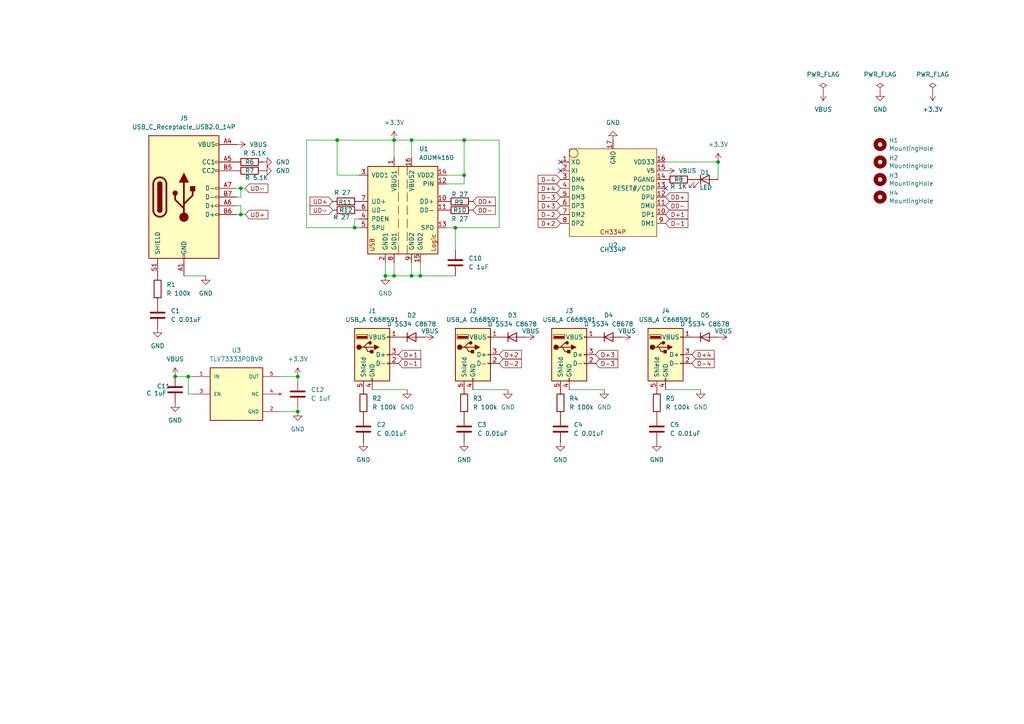
<source format=kicad_sch>
(kicad_sch (version 20250114) (generator "eeschema") (generator_version "9.0")
  (paper "A4")
  (title_block (title "THE LOW SPEED HUB") (company "Kitten-Machine.CLUB"))
  (lib_symbols
    (symbol "Connector:USB_A" (pin_names (offset 1.016))
      (property "Reference" "J" (at -5.08 11.43 0))
      (property "Value" "USB_A" (at -5.08 8.89 0))
      (symbol "USB_A_0_1"
        (rectangle (start -5.08 -7.62) (end 5.08 7.62) (stroke (width 0.254)) (fill (type background)))
        (circle (center -3.81 2.159) (radius 0.635) (stroke (width 0.254)) (fill (type outline)))
        (polyline (pts (xy -3.175 2.159) (xy -2.54 2.159) (xy -1.27 3.429) (xy -0.635 3.429)) (stroke (width 0.254)))
        (polyline (pts (xy -2.54 2.159) (xy -1.905 2.159) (xy -1.27 0.889) (xy 0 0.889)) (stroke (width 0.254)))
        (rectangle (start -1.524 4.826) (end -4.318 5.334) (fill (type outline)))
        (rectangle (start -1.27 4.572) (end -4.572 5.842))
        (circle (center -0.635 3.429) (radius 0.381) (stroke (width 0.254)) (fill (type outline)))
        (rectangle (start -0.127 -7.62) (end 0.127 -6.858))
        (rectangle (start 0.254 1.27) (end -0.508 0.508) (stroke (width 0.254)) (fill (type outline)))
        (polyline (pts (xy 0.635 2.794) (xy 0.635 1.524) (xy 1.905 2.159) (xy 0.635 2.794)) (stroke (width 0.254)) (fill (type outline)))
        (rectangle (start 5.08 4.953) (end 4.318 5.207))
        (rectangle (start 5.08 -0.127) (end 4.318 0.127))
        (rectangle (start 5.08 -2.667) (end 4.318 -2.413))
      )
      (symbol "USB_A_1_1"
        (polyline (pts (xy -1.905 2.159) (xy 0.635 2.159)) (stroke (width 0.254)))
        (pin passive line (at -2.54 -10.16 90) (length 2.54) (name "Shield") (number "5"))
        (pin power_in line (at 0 -10.16 90) (length 2.54) (name "GND") (number "4"))
        (pin power_in line (at 7.62 5.08 180) (length 2.54) (name "VBUS") (number "1"))
        (pin bidirectional line (at 7.62 0 180) (length 2.54) (name "D+") (number "3"))
        (pin bidirectional line (at 7.62 -2.54 180) (length 2.54) (name "D-") (number "2"))
      )
    )
    (symbol "Connector:USB_C_Receptacle_USB2.0_14P" (pin_names (offset 1.016))
      (property "Reference" "J" (at 0 22.225 0))
      (property "Value" "USB_C_Receptacle_USB2.0_14P" (at 0 19.685 0))
      (symbol "USB_C_Receptacle_USB2.0_14P_0_0"
        (rectangle (start -0.254 -17.78) (end 0.254 -16.764))
        (rectangle (start 10.16 15.494) (end 9.144 14.986))
        (rectangle (start 10.16 10.414) (end 9.144 9.906))
        (rectangle (start 10.16 7.874) (end 9.144 7.366))
        (rectangle (start 10.16 2.794) (end 9.144 2.286))
        (rectangle (start 10.16 0.254) (end 9.144 -0.254))
        (rectangle (start 10.16 -2.286) (end 9.144 -2.794))
        (rectangle (start 10.16 -4.826) (end 9.144 -5.334))
      )
      (symbol "USB_C_Receptacle_USB2.0_14P_0_1"
        (rectangle (start -10.16 17.78) (end 10.16 -17.78) (stroke (width 0.254)) (fill (type background)))
        (polyline (pts (xy -8.89 -3.81) (xy -8.89 3.81)) (stroke (width 0.508)))
        (rectangle (start -7.62 -3.81) (end -6.35 3.81) (stroke (width 0.254)) (fill (type outline)))
        (arc (start -7.62 3.81) (mid -6.985 4.4423) (end -6.35 3.81) (stroke (width 0.254)))
        (arc (start -7.62 3.81) (mid -6.985 4.4423) (end -6.35 3.81) (stroke (width 0.254)) (fill (type outline)))
        (arc (start -8.89 3.81) (mid -6.985 5.7067) (end -5.08 3.81) (stroke (width 0.508)))
        (arc (start -5.08 -3.81) (mid -6.985 -5.7067) (end -8.89 -3.81) (stroke (width 0.508)))
        (arc (start -6.35 -3.81) (mid -6.985 -4.4423) (end -7.62 -3.81) (stroke (width 0.254)))
        (arc (start -6.35 -3.81) (mid -6.985 -4.4423) (end -7.62 -3.81) (stroke (width 0.254)) (fill (type outline)))
        (polyline (pts (xy -5.08 3.81) (xy -5.08 -3.81)) (stroke (width 0.508)))
        (circle (center -2.54 1.143) (radius 0.635) (stroke (width 0.254)) (fill (type outline)))
        (polyline (pts (xy -1.27 4.318) (xy 0 6.858) (xy 1.27 4.318) (xy -1.27 4.318)) (stroke (width 0.254)) (fill (type outline)))
        (polyline (pts (xy 0 -2.032) (xy 2.54 0.508) (xy 2.54 1.778)) (stroke (width 0.508)))
        (polyline (pts (xy 0 -3.302) (xy -2.54 -0.762) (xy -2.54 0.508)) (stroke (width 0.508)))
        (polyline (pts (xy 0 -5.842) (xy 0 4.318)) (stroke (width 0.508)))
        (circle (center 0 -5.842) (radius 1.27) (fill (type outline)))
        (rectangle (start 1.905 1.778) (end 3.175 3.048) (stroke (width 0.254)) (fill (type outline)))
      )
      (symbol "USB_C_Receptacle_USB2.0_14P_1_1"
        (pin passive line (at -7.62 -22.86 90) (length 5.08) (name "SHIELD") (number "S1"))
        (pin passive line (at 0 -22.86 90) (length 5.08) (name "GND") (number "A1"))
        (pin passive line (at 0 -22.86 90) (length 5.08) (hide yes) (name "GND") (number "A12"))
        (pin passive line (at 0 -22.86 90) (length 5.08) (hide yes) (name "GND") (number "B1"))
        (pin passive line (at 0 -22.86 90) (length 5.08) (hide yes) (name "GND") (number "B12"))
        (pin passive line (at 15.24 15.24 180) (length 5.08) (name "VBUS") (number "A4"))
        (pin passive line (at 15.24 15.24 180) (length 5.08) (hide yes) (name "VBUS") (number "A9"))
        (pin passive line (at 15.24 15.24 180) (length 5.08) (hide yes) (name "VBUS") (number "B4"))
        (pin passive line (at 15.24 15.24 180) (length 5.08) (hide yes) (name "VBUS") (number "B9"))
        (pin bidirectional line (at 15.24 10.16 180) (length 5.08) (name "CC1") (number "A5"))
        (pin bidirectional line (at 15.24 7.62 180) (length 5.08) (name "CC2") (number "B5"))
        (pin bidirectional line (at 15.24 2.54 180) (length 5.08) (name "D-") (number "A7"))
        (pin bidirectional line (at 15.24 0 180) (length 5.08) (name "D-") (number "B7"))
        (pin bidirectional line (at 15.24 -2.54 180) (length 5.08) (name "D+") (number "A6"))
        (pin bidirectional line (at 15.24 -5.08 180) (length 5.08) (name "D+") (number "B6"))
      )
    )
    (symbol "Device:C" (pin_numbers (hide yes)) (pin_names (offset 0.254))
      (property "Reference" "C" (at 0.635 2.54 0))
      (property "Value" "C" (at 0.635 -2.54 0))
      (symbol "C_0_1"
        (polyline (pts (xy -2.032 0.762) (xy 2.032 0.762)) (stroke (width 0.508)))
        (polyline (pts (xy -2.032 -0.762) (xy 2.032 -0.762)) (stroke (width 0.508)))
      )
      (symbol "C_1_1"
        (pin passive line (at 0 3.81 270) (length 2.794) (name "~") (number "1"))
        (pin passive line (at 0 -3.81 90) (length 2.794) (name "~") (number "2"))
      )
    )
    (symbol "Device:D" (pin_numbers (hide yes)) (pin_names (offset 1.016) (hide yes))
      (property "Reference" "D" (at 0 2.54 0))
      (property "Value" "D" (at 0 -2.54 0))
      (symbol "D_0_1"
        (polyline (pts (xy -1.27 1.27) (xy -1.27 -1.27)) (stroke (width 0.254)))
        (polyline (pts (xy 1.27 1.27) (xy 1.27 -1.27) (xy -1.27 0) (xy 1.27 1.27)) (stroke (width 0.254)))
        (polyline (pts (xy 1.27 0) (xy -1.27 0)))
      )
      (symbol "D_1_1"
        (pin passive line (at -3.81 0 0) (length 2.54) (name "K") (number "1"))
        (pin passive line (at 3.81 0 180) (length 2.54) (name "A") (number "2"))
      )
    )
    (symbol "Device:LED" (pin_numbers (hide yes)) (pin_names (offset 1.016) (hide yes))
      (property "Reference" "D" (at 0 2.54 0))
      (property "Value" "LED" (at 0 -2.54 0))
      (symbol "LED_0_1"
        (polyline (pts (xy -3.048 -0.762) (xy -4.572 -2.286) (xy -3.81 -2.286) (xy -4.572 -2.286) (xy -4.572 -1.524)))
        (polyline (pts (xy -1.778 -0.762) (xy -3.302 -2.286) (xy -2.54 -2.286) (xy -3.302 -2.286) (xy -3.302 -1.524)))
        (polyline (pts (xy -1.27 0) (xy 1.27 0)))
        (polyline (pts (xy -1.27 -1.27) (xy -1.27 1.27)) (stroke (width 0.254)))
        (polyline (pts (xy 1.27 -1.27) (xy 1.27 1.27) (xy -1.27 0) (xy 1.27 -1.27)) (stroke (width 0.254)))
      )
      (symbol "LED_1_1"
        (pin passive line (at -3.81 0 0) (length 2.54) (name "K") (number "1"))
        (pin passive line (at 3.81 0 180) (length 2.54) (name "A") (number "2"))
      )
    )
    (symbol "Device:R" (pin_numbers (hide yes)) (pin_names (offset 0))
      (property "Reference" "R" (at 2.032 0 90))
      (property "Value" "R" (at 0 0 90))
      (symbol "R_0_1"
        (rectangle (start -1.016 -2.54) (end 1.016 2.54) (stroke (width 0.254)))
      )
      (symbol "R_1_1"
        (pin passive line (at 0 3.81 270) (length 1.27) (name "~") (number "1"))
        (pin passive line (at 0 -3.81 90) (length 1.27) (name "~") (number "2"))
      )
    )
    (symbol "Interface_USB:ADUM4160" (pin_names (offset 1.016))
      (property "Reference" "U" (at -10.16 13.97 0))
      (property "Value" "ADUM4160" (at 3.81 13.97 0))
      (symbol "ADUM4160_0_0"
        (text "Logic" (at 8.89 -12.065 900) (effects (font (size 1.27 1.27)) (justify left)))
      )
      (symbol "ADUM4160_0_1"
        (rectangle (start -10.16 12.7) (end 10.16 -12.7) (stroke (width 0.254)) (fill (type background)))
        (polyline (pts (xy -1.27 12.7) (xy -1.27 10.16)))
        (polyline (pts (xy -1.27 8.89) (xy -1.27 6.35)))
        (polyline (pts (xy -1.27 5.08) (xy -1.27 2.54)))
        (polyline (pts (xy -1.27 1.27) (xy -1.27 -1.27)))
        (polyline (pts (xy -1.27 -2.54) (xy -1.27 -5.08)))
        (polyline (pts (xy -1.27 -6.35) (xy -1.27 -8.89)))
        (polyline (pts (xy -1.27 -10.16) (xy -1.27 -12.7)))
        (polyline (pts (xy 1.27 12.7) (xy 1.27 10.16)))
        (polyline (pts (xy 1.27 8.89) (xy 1.27 6.35)))
        (polyline (pts (xy 1.27 5.08) (xy 1.27 2.54)))
        (polyline (pts (xy 1.27 1.27) (xy 1.27 -1.27)))
        (polyline (pts (xy 1.27 -2.54) (xy 1.27 -5.08)))
        (polyline (pts (xy 1.27 -6.35) (xy 1.27 -8.89)))
        (polyline (pts (xy 1.27 -10.16) (xy 1.27 -12.7)))
      )
      (symbol "ADUM4160_1_0"
        (text "USB" (at -8.89 -12.065 900) (effects (font (size 1.27 1.27)) (justify left)))
      )
      (symbol "ADUM4160_1_1"
        (pin power_in line (at -12.7 10.16 0) (length 2.54) (name "VDD1") (number "3"))
        (pin bidirectional line (at -12.7 2.54 0) (length 2.54) (name "UD+") (number "7"))
        (pin bidirectional line (at -12.7 0 0) (length 2.54) (name "UD-") (number "6"))
        (pin input line (at -12.7 -2.54 0) (length 2.54) (name "PDEN") (number "4"))
        (pin input line (at -12.7 -5.08 0) (length 2.54) (name "SPU") (number "5"))
        (pin power_in line (at -5.08 -15.24 90) (length 2.54) (name "GND1") (number "2"))
        (pin power_in line (at -2.54 15.24 270) (length 2.54) (name "VBUS1") (number "1"))
        (pin power_in line (at -2.54 -15.24 90) (length 2.54) (name "GND1") (number "8"))
        (pin power_in line (at 2.54 15.24 270) (length 2.54) (name "VBUS2") (number "16"))
        (pin power_in line (at 2.54 -15.24 90) (length 2.54) (name "GND2") (number "9"))
        (pin power_in line (at 5.08 -15.24 90) (length 2.54) (name "GND2") (number "15"))
        (pin power_in line (at 12.7 10.16 180) (length 2.54) (name "VDD2") (number "14"))
        (pin input line (at 12.7 7.62 180) (length 2.54) (name "PIN") (number "12"))
        (pin bidirectional line (at 12.7 2.54 180) (length 2.54) (name "DD+") (number "10"))
        (pin bidirectional line (at 12.7 0 180) (length 2.54) (name "DD-") (number "11"))
        (pin input line (at 12.7 -5.08 180) (length 2.54) (name "SPD") (number "13"))
      )
    )
    (symbol "Mechanical:MountingHole" (pin_names (offset 1.016))
      (property "Reference" "H" (at 0 5.08 0))
      (property "Value" "MountingHole" (at 0 3.175 0))
      (symbol "MountingHole_0_1"
        (circle (center 0 0) (radius 1.27) (stroke (width 1.27)))
      )
    )
    (symbol "New_Library:CH334P"
      (property "Reference" "U" (at 0 -13.97 0))
      (symbol "CH334P_0_1"
        (rectangle (start -12.7 12.7) (end 12.7 -12.7) (fill (type background)))
        (circle (center -11.43 11.43) (radius 1.27))
      )
      (symbol "CH334P_1_1"
        (text "CH334P" (at 0 -11.43 0) (effects (font (size 1.27 1.27))))
        (pin input line (at -15.24 8.89 0) (length 2.54) (name "XO") (number "1"))
        (pin input line (at -15.24 6.35 0) (length 2.54) (name "XI") (number "2"))
        (pin input line (at -15.24 3.81 0) (length 2.54) (name "DM4") (number "3"))
        (pin input line (at -15.24 1.27 0) (length 2.54) (name "DP4") (number "4"))
        (pin input line (at -15.24 -1.27 0) (length 2.54) (name "DM3") (number "5"))
        (pin input line (at -15.24 -3.81 0) (length 2.54) (name "DP3") (number "6"))
        (pin input line (at -15.24 -6.35 0) (length 2.54) (name "DM2") (number "7"))
        (pin input line (at -15.24 -8.89 0) (length 2.54) (name "DP2") (number "8"))
        (pin input line (at 0 15.24 270) (length 2.54) (name "GND") (number "17"))
        (pin input line (at 15.24 8.89 180) (length 2.54) (name "VDD33") (number "16"))
        (pin input line (at 15.24 6.35 180) (length 2.54) (name "V5") (number "15"))
        (pin input line (at 15.24 3.81 180) (length 2.54) (name "PGANG") (number "14"))
        (pin input line (at 15.24 1.27 180) (length 2.54) (name "RESET#/CDP") (number "13"))
        (pin input line (at 15.24 -1.27 180) (length 2.54) (name "DPU") (number "12"))
        (pin input line (at 15.24 -3.81 180) (length 2.54) (name "DMU") (number "11"))
        (pin input line (at 15.24 -6.35 180) (length 2.54) (name "DP1") (number "10"))
        (pin input line (at 15.24 -8.89 180) (length 2.54) (name "DM1") (number "9"))
      )
    )
    (symbol "TLV73333PDBVR:TLV73333PDBVR" (pin_names (offset 1.016))
      (property "Reference" "U" (at -7.62 8.62 0))
      (property "Value" "TLV73333PDBVR" (at -7.62 -11.62 0))
      (symbol "TLV73333PDBVR_0_0"
        (rectangle (start -7.62 -7.62) (end 7.62 7.62) (stroke (width 0.254)) (fill (type background)))
        (pin input line (at -12.7 5.08 0) (length 5.08) (name "IN") (number "1"))
        (pin input line (at -12.7 0 0) (length 5.08) (name "EN") (number "3"))
        (pin output line (at 12.7 5.08 180) (length 5.08) (name "OUT") (number "5"))
        (pin no_connect line (at 12.7 0 180) (length 5.08) (name "NC") (number "4"))
        (pin power_in line (at 12.7 -5.08 180) (length 5.08) (name "GND") (number "2"))
      )
    )
    (symbol "power:+3.3V" (power) (pin_numbers (hide yes)) (pin_names (offset 0) (hide yes))
      (property "Value" "+3.3V" (at 0 3.556 0))
      (symbol "+3.3V_0_1"
        (polyline (pts (xy -0.762 1.27) (xy 0 2.54)))
        (polyline (pts (xy 0 2.54) (xy 0.762 1.27)))
        (polyline (pts (xy 0 0) (xy 0 2.54)))
      )
      (symbol "+3.3V_1_1"
        (pin power_in line (at 0 0 90) (length 0) (name "~") (number "1"))
      )
    )
    (symbol "power:GND" (power) (pin_numbers (hide yes)) (pin_names (offset 0) (hide yes))
      (property "Value" "GND" (at 0 -3.81 0))
      (symbol "GND_0_1"
        (polyline (pts (xy 0 0) (xy 0 -1.27) (xy 1.27 -1.27) (xy 0 -2.54) (xy -1.27 -1.27) (xy 0 -1.27)))
      )
      (symbol "GND_1_1"
        (pin power_in line (at 0 0 270) (length 0) (name "~") (number "1"))
      )
    )
    (symbol "power:PWR_FLAG" (power) (pin_numbers (hide yes)) (pin_names (offset 0) (hide yes))
      (property "Value" "PWR_FLAG" (at 0 3.81 0))
      (symbol "PWR_FLAG_0_0"
        (pin power_out line (at 0 0 90) (length 0) (name "~") (number "1"))
      )
      (symbol "PWR_FLAG_0_1"
        (polyline (pts (xy 0 0) (xy 0 1.27) (xy -1.016 1.905) (xy 0 2.54) (xy 1.016 1.905) (xy 0 1.27)))
      )
    )
    (symbol "power:VBUS" (power) (pin_numbers (hide yes)) (pin_names (offset 0) (hide yes))
      (property "Value" "VBUS" (at 0 3.556 0))
      (symbol "VBUS_0_1"
        (polyline (pts (xy -0.762 1.27) (xy 0 2.54)))
        (polyline (pts (xy 0 2.54) (xy 0.762 1.27)))
        (polyline (pts (xy 0 0) (xy 0 2.54)))
      )
      (symbol "VBUS_1_1"
        (pin power_in line (at 0 0 90) (length 0) (name "~") (number "1"))
      )
    )
  )
  (junction (at 121.92 80.01))
  (junction (at 50.8 109.22))
  (junction (at 111.76 80.01))
  (junction (at 114.3 80.01))
  (junction (at 119.38 80.01))
  (junction (at 102.87 66.04))
  (junction (at 69.85 54.61))
  (junction (at 208.28 46.99))
  (junction (at 114.3 40.64))
  (junction (at 54.61 109.22))
  (junction (at 119.38 40.64))
  (junction (at 134.62 50.8))
  (junction (at 132.08 66.04))
  (junction (at 69.85 62.23))
  (junction (at 86.36 119.38))
  (junction (at 86.36 109.22))
  (junction (at 97.79 40.64))
  (junction (at 134.62 40.64))
  (no_connect (at 162.56 49.53))
  (no_connect (at 193.04 54.61))
  (no_connect (at 162.56 46.99))
  (wire (pts (xy 121.92 76.2) (xy 121.92 80.01)))
  (wire (pts (xy 132.08 66.04) (xy 132.08 72.39)))
  (wire (pts (xy 86.36 109.22) (xy 86.36 110.49)))
  (wire (pts (xy 129.54 53.34) (xy 134.62 53.34)))
  (wire (pts (xy 114.3 76.2) (xy 114.3 80.01)))
  (wire (pts (xy 69.85 57.15) (xy 69.85 54.61)))
  (wire (pts (xy 134.62 40.64) (xy 119.38 40.64)))
  (wire (pts (xy 81.28 109.22) (xy 86.36 109.22)))
  (wire (pts (xy 104.14 63.5) (xy 102.87 63.5)))
  (wire (pts (xy 119.38 45.72) (xy 119.38 40.64)))
  (wire (pts (xy 114.3 40.64) (xy 114.3 45.72)))
  (wire (pts (xy 111.76 80.01) (xy 111.76 76.2)))
  (wire (pts (xy 68.58 59.69) (xy 69.85 59.69)))
  (wire (pts (xy 119.38 76.2) (xy 119.38 80.01)))
  (wire (pts (xy 104.14 50.8) (xy 97.79 50.8)))
  (wire (pts (xy 68.58 54.61) (xy 69.85 54.61)))
  (wire (pts (xy 50.8 109.22) (xy 54.61 109.22)))
  (wire (pts (xy 81.28 119.38) (xy 86.36 119.38)))
  (wire (pts (xy 203.2 113.03) (xy 193.04 113.03)))
  (wire (pts (xy 69.85 59.69) (xy 69.85 62.23)))
  (wire (pts (xy 59.69 80.01) (xy 53.34 80.01)))
  (wire (pts (xy 68.58 62.23) (xy 69.85 62.23)))
  (wire (pts (xy 119.38 80.01) (xy 114.3 80.01)))
  (wire (pts (xy 129.54 50.8) (xy 134.62 50.8)))
  (wire (pts (xy 132.08 66.04) (xy 144.78 66.04)))
  (wire (pts (xy 144.78 66.04) (xy 144.78 40.64)))
  (wire (pts (xy 88.9 66.04) (xy 88.9 40.64)))
  (wire (pts (xy 88.9 40.64) (xy 97.79 40.64)))
  (wire (pts (xy 102.87 66.04) (xy 88.9 66.04)))
  (wire (pts (xy 121.92 80.01) (xy 132.08 80.01)))
  (wire (pts (xy 54.61 109.22) (xy 55.88 109.22)))
  (wire (pts (xy 118.11 113.03) (xy 107.95 113.03)))
  (wire (pts (xy 208.28 46.99) (xy 208.28 52.07)))
  (wire (pts (xy 97.79 50.8) (xy 97.79 40.64)))
  (wire (pts (xy 102.87 63.5) (xy 102.87 66.04)))
  (wire (pts (xy 86.36 118.11) (xy 86.36 119.38)))
  (wire (pts (xy 104.14 66.04) (xy 102.87 66.04)))
  (wire (pts (xy 121.92 80.01) (xy 119.38 80.01)))
  (wire (pts (xy 134.62 50.8) (xy 134.62 40.64)))
  (wire (pts (xy 55.88 114.3) (xy 54.61 114.3)))
  (wire (pts (xy 134.62 53.34) (xy 134.62 50.8)))
  (wire (pts (xy 129.54 66.04) (xy 132.08 66.04)))
  (wire (pts (xy 97.79 40.64) (xy 114.3 40.64)))
  (wire (pts (xy 144.78 40.64) (xy 134.62 40.64)))
  (wire (pts (xy 68.58 57.15) (xy 69.85 57.15)))
  (wire (pts (xy 119.38 40.64) (xy 114.3 40.64)))
  (wire (pts (xy 54.61 109.22) (xy 54.61 114.3)))
  (wire (pts (xy 175.26 113.03) (xy 165.1 113.03)))
  (wire (pts (xy 114.3 80.01) (xy 111.76 80.01)))
  (wire (pts (xy 69.85 54.61) (xy 71.12 54.61)))
  (wire (pts (xy 69.85 62.23) (xy 71.12 62.23)))
  (wire (pts (xy 147.32 113.03) (xy 137.16 113.03)))
  (wire (pts (xy 193.04 46.99) (xy 208.28 46.99)))
  (global_label "UD-" (shape input) (at 71.12 54.61 0) (property "Intersheetrefs" "${INTERSHEET_REFS}" (effects (hide yes))))
  (global_label "D+2" (shape input) (at 162.56 64.77 180) (property "Intersheetrefs" "${INTERSHEET_REFS}" (effects (hide yes))))
  (global_label "D+3" (shape input) (at 162.56 59.69 180) (property "Intersheetrefs" "${INTERSHEET_REFS}" (effects (hide yes))))
  (global_label "DD-" (shape input) (at 193.04 59.69 0) (property "Intersheetrefs" "${INTERSHEET_REFS}" (effects (hide yes))))
  (global_label "D-2" (shape input) (at 144.78 105.41 0) (property "Intersheetrefs" "${INTERSHEET_REFS}" (effects (hide yes))))
  (global_label "DD+" (shape input) (at 193.04 57.15 0) (property "Intersheetrefs" "${INTERSHEET_REFS}" (effects (hide yes))))
  (global_label "DD+" (shape input) (at 137.16 58.42 0) (property "Intersheetrefs" "${INTERSHEET_REFS}" (effects (hide yes))))
  (global_label "D+4" (shape input) (at 162.56 54.61 180) (property "Intersheetrefs" "${INTERSHEET_REFS}" (effects (hide yes))))
  (global_label "D-1" (shape input) (at 115.57 105.41 0) (property "Intersheetrefs" "${INTERSHEET_REFS}" (effects (hide yes))))
  (global_label "D-4" (shape input) (at 162.56 52.07 180) (property "Intersheetrefs" "${INTERSHEET_REFS}" (effects (hide yes))))
  (global_label "D-2" (shape input) (at 162.56 62.23 180) (property "Intersheetrefs" "${INTERSHEET_REFS}" (effects (hide yes))))
  (global_label "UD+" (shape input) (at 71.12 62.23 0) (property "Intersheetrefs" "${INTERSHEET_REFS}" (effects (hide yes))))
  (global_label "D+2" (shape input) (at 144.78 102.87 0) (property "Intersheetrefs" "${INTERSHEET_REFS}" (effects (hide yes))))
  (global_label "D-1" (shape input) (at 193.04 64.77 0) (property "Intersheetrefs" "${INTERSHEET_REFS}" (effects (hide yes))))
  (global_label "D-3" (shape input) (at 172.72 105.41 0) (property "Intersheetrefs" "${INTERSHEET_REFS}" (effects (hide yes))))
  (global_label "UD-" (shape input) (at 96.52 60.96 180) (property "Intersheetrefs" "${INTERSHEET_REFS}" (effects (hide yes))))
  (global_label "D-3" (shape input) (at 162.56 57.15 180) (property "Intersheetrefs" "${INTERSHEET_REFS}" (effects (hide yes))))
  (global_label "D+3" (shape input) (at 172.72 102.87 0) (property "Intersheetrefs" "${INTERSHEET_REFS}" (effects (hide yes))))
  (global_label "D-4" (shape input) (at 200.66 105.41 0) (property "Intersheetrefs" "${INTERSHEET_REFS}" (effects (hide yes))))
  (global_label "UD+" (shape input) (at 96.52 58.42 180) (property "Intersheetrefs" "${INTERSHEET_REFS}" (effects (hide yes))))
  (global_label "DD-" (shape input) (at 137.16 60.96 0) (property "Intersheetrefs" "${INTERSHEET_REFS}" (effects (hide yes))))
  (global_label "D+4" (shape input) (at 200.66 102.87 0) (property "Intersheetrefs" "${INTERSHEET_REFS}" (effects (hide yes))))
  (global_label "D+1" (shape input) (at 193.04 62.23 0) (property "Intersheetrefs" "${INTERSHEET_REFS}" (effects (hide yes))))
  (global_label "D+1" (shape input) (at 115.57 102.87 0) (property "Intersheetrefs" "${INTERSHEET_REFS}" (effects (hide yes))))
  (symbol (lib_id "Mechanical:MountingHole") (at 255.27 41.91 0) (unit 1) (in_bom no)
    (property "Reference" "H1" (at 257.81 40.7416 0) (effects (justify left)))
    (property "Value" "MountingHole" (at 257.81 43.053 0) (effects (justify left)))
    (property "Footprint" "MountingHole:MountingHole_2.2mm_M2" (effects (hide yes)))
  )
  (symbol (lib_id "Mechanical:MountingHole") (at 255.27 46.99 0) (unit 1) (in_bom no)
    (property "Reference" "H2" (at 257.81 45.8216 0) (effects (justify left)))
    (property "Value" "MountingHole" (at 257.81 48.133 0) (effects (justify left)))
    (property "Footprint" "MountingHole:MountingHole_2.2mm_M2" (effects (hide yes)))
  )
  (symbol (lib_id "power:+3.3V") (at 208.28 46.99 0) (unit 1)
    (property "Reference" "#PWR031" (effects (hide yes)))
    (property "Value" "+3.3V" (at 208.28 41.91 0))
    (property "Description" "Power symbol creates a global label with name \"+3.3V\"" (effects (hide yes)))
  )
  (symbol (lib_id "Connector:USB_A") (at 193.04 102.87 0) (unit 1)
    (property "Reference" "J4" (at 193.04 90.17 0))
    (property "Value" "USB_A C668591" (at 193.04 92.71 0))
    (property "Footprint" "Library:USB_A_Receptacle_C668591" (effects (hide yes)))
    (property "Description" "USB Type A connector" (effects (hide yes)))
  )
  (symbol (lib_id "Device:D") (at 204.47 97.79 0) (unit 1)
    (property "Reference" "D5" (at 204.47 91.44 0))
    (property "Value" "D SS34 C8678" (at 204.47 93.98 0))
    (property "Footprint" "Diode_SMD:D_SMA" (effects (hide yes)))
    (property "Description" "Diode" (effects (hide yes)))
    (property "Sim.Device" "D" (effects (hide yes)))
    (property "Sim.Pins" "1=K 2=A" (effects (hide yes)))
  )
  (symbol (lib_id "Interface_USB:ADUM4160") (at 116.84 60.96 0) (unit 1)
    (property "Reference" "U1" (at 121.5233 43.18 0) (effects (justify left)))
    (property "Value" "ADUM4160" (at 121.5233 45.72 0) (effects (justify left)))
    (property "Footprint" "Package_SO:SOIC-16W_7.5x10.3mm_P1.27mm" (effects (hide yes)))
    (property "Datasheet" "https://www.analog.com/media/en/technical-documentation/data-sheets/ADuM4160.pdf" (effects (hide yes)))
    (property "Description" "Full/Low Speed, iCoupler USB Digital Isolator, 5kV protection, SOIC-16" (effects (hide yes)))
  )
  (symbol (lib_id "Device:R") (at 134.62 116.84 0) (unit 1)
    (property "Reference" "R3" (at 137.16 115.5699 0) (effects (justify left)))
    (property "Value" "R 100k" (at 137.16 118.1099 0) (effects (justify left)))
    (property "Footprint" "Resistor_SMD:R_0603_1608Metric" (effects (hide yes)))
    (property "Description" "Resistor" (effects (hide yes)))
  )
  (symbol (lib_id "Mechanical:MountingHole") (at 255.27 52.07 0) (unit 1) (in_bom no)
    (property "Reference" "H3" (at 257.81 50.9016 0) (effects (justify left)))
    (property "Value" "MountingHole" (at 257.81 53.213 0) (effects (justify left)))
    (property "Footprint" "MountingHole:MountingHole_2.2mm_M2" (effects (hide yes)))
  )
  (symbol (lib_id "Connector:USB_A") (at 107.95 102.87 0) (unit 1)
    (property "Reference" "J1" (at 107.95 90.17 0))
    (property "Value" "USB_A C668591" (at 107.95 92.71 0))
    (property "Footprint" "Library:USB_A_Receptacle_C668591" (effects (hide yes)))
    (property "Description" "USB Type A connector" (effects (hide yes)))
  )
  (symbol (lib_id "Device:R") (at 133.35 58.42 90) (unit 1)
    (property "Reference" "R9" (at 133.096 58.674 90))
    (property "Value" "R 27" (at 133.35 56.388 90))
    (property "Footprint" "Resistor_SMD:R_0603_1608Metric" (effects (hide yes)))
    (property "Description" "Resistor" (effects (hide yes)))
  )
  (symbol (lib_id "Device:D") (at 119.38 97.79 0) (unit 1)
    (property "Reference" "D2" (at 119.38 91.44 0))
    (property "Value" "D SS34 C8678" (at 119.38 93.98 0))
    (property "Footprint" "Diode_SMD:D_SMA" (effects (hide yes)))
    (property "Description" "Diode" (effects (hide yes)))
    (property "Sim.Device" "D" (effects (hide yes)))
    (property "Sim.Pins" "1=K 2=A" (effects (hide yes)))
  )
  (symbol (lib_id "Device:R") (at 100.33 58.42 90) (unit 1)
    (property "Reference" "R11" (at 100.076 58.674 90))
    (property "Value" "R 27" (at 99.314 55.88 90))
    (property "Footprint" "Resistor_SMD:R_0603_1608Metric" (effects (hide yes)))
    (property "Description" "Resistor" (effects (hide yes)))
  )
  (symbol (lib_id "power:GND") (at 76.2 46.99 90) (unit 1)
    (property "Reference" "#PWR027" (effects (hide yes)))
    (property "Value" "GND" (at 80.01 46.9899 90) (effects (justify right)))
    (property "Description" "Power symbol creates a global label with name \"GND\" , ground" (effects (hide yes)))
  )
  (symbol (lib_id "Connector:USB_C_Receptacle_USB2.0_14P") (at 53.34 57.15 0) (unit 1)
    (property "Reference" "J5" (at 53.34 34.29 0))
    (property "Value" "USB_C_Receptacle_USB2.0_14P" (at 53.34 36.83 0))
    (property "Footprint" "Connector_USB:USB_C_Receptacle_HCTL_HC-TYPE-C-16P-01A" (effects (hide yes)))
    (property "Datasheet" "https://www.usb.org/sites/default/files/documents/usb_type-c.zip" (effects (hide yes)))
    (property "Description" "USB 2.0-only 14P Type-C Receptacle connector" (effects (hide yes)))
  )
  (symbol (lib_id "Device:C") (at 105.41 124.46 0) (unit 1)
    (property "Reference" "C2" (at 109.22 123.1899 0) (effects (justify left)))
    (property "Value" "C 0.01uF" (at 109.22 125.7299 0) (effects (justify left)))
    (property "Footprint" "Capacitor_SMD:C_1206_3216Metric" (effects (hide yes)))
    (property "Description" "Unpolarized capacitor" (effects (hide yes)))
  )
  (symbol (lib_id "Device:C") (at 50.8 113.03 0) (unit 1)
    (property "Reference" "C11" (at 45.466 112.014 0) (effects (justify left)))
    (property "Value" "C 1uF" (at 42.418 114.046 0) (effects (justify left)))
    (property "Footprint" "Capacitor_SMD:C_1206_3216Metric" (effects (hide yes)))
    (property "Description" "Unpolarized capacitor" (effects (hide yes)))
  )
  (symbol (lib_id "Device:C") (at 132.08 76.2 0) (unit 1)
    (property "Reference" "C10" (at 135.89 74.9299 0) (effects (justify left)))
    (property "Value" "C 1uF" (at 135.89 77.4699 0) (effects (justify left)))
    (property "Footprint" "Capacitor_SMD:C_1206_3216Metric" (effects (hide yes)))
    (property "Description" "Unpolarized capacitor" (effects (hide yes)))
  )
  (symbol (lib_id "power:VBUS") (at 208.28 97.79 270) (unit 1)
    (property "Reference" "#PWR019" (effects (hide yes)))
    (property "Value" "VBUS" (at 207.264 96.012 90) (effects (justify left)))
    (property "Description" "Power symbol creates a global label with name \"VBUS\"" (effects (hide yes)))
  )
  (symbol (lib_id "Device:R") (at 72.39 49.53 90) (unit 1)
    (property "Reference" "R7" (at 72.39 49.53 90))
    (property "Value" "R 5.1K" (at 74.422 51.562 90))
    (property "Footprint" "Resistor_SMD:R_0603_1608Metric" (effects (hide yes)))
    (property "Description" "Resistor" (effects (hide yes)))
  )
  (symbol (lib_id "Connector:USB_A") (at 137.16 102.87 0) (unit 1)
    (property "Reference" "J2" (at 137.16 90.17 0))
    (property "Value" "USB_A C668591" (at 137.16 92.71 0))
    (property "Footprint" "Library:USB_A_Receptacle_C668591" (effects (hide yes)))
    (property "Description" "USB Type A connector" (effects (hide yes)))
  )
  (symbol (lib_id "power:GND") (at 162.56 128.27 0) (unit 1)
    (property "Reference" "#PWR014" (effects (hide yes)))
    (property "Value" "GND" (at 162.56 133.35 0))
    (property "Description" "Power symbol creates a global label with name \"GND\" , ground" (effects (hide yes)))
  )
  (symbol (lib_id "Device:D") (at 148.59 97.79 0) (unit 1)
    (property "Reference" "D3" (at 148.59 91.44 0))
    (property "Value" "D SS34 C8678" (at 148.59 93.98 0))
    (property "Footprint" "Diode_SMD:D_SMA" (effects (hide yes)))
    (property "Description" "Diode" (effects (hide yes)))
    (property "Sim.Device" "D" (effects (hide yes)))
    (property "Sim.Pins" "1=K 2=A" (effects (hide yes)))
  )
  (symbol (lib_id "power:GND") (at 177.8 40.64 180) (unit 1)
    (property "Reference" "#PWR03" (effects (hide yes)))
    (property "Value" "GND" (at 177.8 35.56 0))
    (property "Description" "Power symbol creates a global label with name \"GND\" , ground" (effects (hide yes)))
  )
  (symbol (lib_id "Device:R") (at 105.41 116.84 0) (unit 1)
    (property "Reference" "R2" (at 107.95 115.5699 0) (effects (justify left)))
    (property "Value" "R 100k" (at 107.95 118.1099 0) (effects (justify left)))
    (property "Footprint" "Resistor_SMD:R_0603_1608Metric" (effects (hide yes)))
    (property "Description" "Resistor" (effects (hide yes)))
  )
  (symbol (lib_id "Device:C") (at 190.5 124.46 0) (unit 1)
    (property "Reference" "C5" (at 194.31 123.1899 0) (effects (justify left)))
    (property "Value" "C 0.01uF" (at 194.31 125.7299 0) (effects (justify left)))
    (property "Footprint" "Capacitor_SMD:C_1206_3216Metric" (effects (hide yes)))
    (property "Description" "Unpolarized capacitor" (effects (hide yes)))
  )
  (symbol (lib_id "Device:C") (at 134.62 124.46 0) (unit 1)
    (property "Reference" "C3" (at 138.43 123.1899 0) (effects (justify left)))
    (property "Value" "C 0.01uF" (at 138.43 125.7299 0) (effects (justify left)))
    (property "Footprint" "Capacitor_SMD:C_1206_3216Metric" (effects (hide yes)))
    (property "Description" "Unpolarized capacitor" (effects (hide yes)))
  )
  (symbol (lib_id "power:GND") (at 118.11 113.03 0) (unit 1)
    (property "Reference" "#PWR08" (effects (hide yes)))
    (property "Value" "GND" (at 118.11 118.11 0))
    (property "Description" "Power symbol creates a global label with name \"GND\" , ground" (effects (hide yes)))
  )
  (symbol (lib_id "power:GND") (at 76.2 49.53 90) (unit 1)
    (property "Reference" "#PWR028" (effects (hide yes)))
    (property "Value" "GND" (at 80.01 49.5299 90) (effects (justify right)))
    (property "Description" "Power symbol creates a global label with name \"GND\" , ground" (effects (hide yes)))
  )
  (symbol (lib_id "Device:R") (at 45.72 83.82 0) (unit 1)
    (property "Reference" "R1" (at 48.26 82.5499 0) (effects (justify left)))
    (property "Value" "R 100k" (at 48.26 85.0899 0) (effects (justify left)))
    (property "Footprint" "Resistor_SMD:R_0603_1608Metric" (effects (hide yes)))
    (property "Description" "Resistor" (effects (hide yes)))
  )
  (symbol (lib_id "Device:R") (at 133.35 60.96 270) (unit 1)
    (property "Reference" "R10" (at 133.35 60.96 90))
    (property "Value" "R 27" (at 133.35 63.5 90))
    (property "Footprint" "Resistor_SMD:R_0603_1608Metric" (effects (hide yes)))
    (property "Description" "Resistor" (effects (hide yes)))
  )
  (symbol (lib_id "power:VBUS") (at 68.58 41.91 270) (unit 1)
    (property "Reference" "#PWR020" (effects (hide yes)))
    (property "Value" "VBUS" (at 72.39 41.9099 90) (effects (justify left)))
    (property "Description" "Power symbol creates a global label with name \"VBUS\"" (effects (hide yes)))
  )
  (symbol (lib_id "power:VBUS") (at 193.04 49.53 270) (unit 1)
    (property "Reference" "#PWR021" (effects (hide yes)))
    (property "Value" "VBUS" (at 196.85 49.5299 90) (effects (justify left)))
    (property "Description" "Power symbol creates a global label with name \"VBUS\"" (effects (hide yes)))
  )
  (symbol (lib_id "power:GND") (at 50.8 116.84 0) (unit 1)
    (property "Reference" "#PWR06" (effects (hide yes)))
    (property "Value" "GND" (at 50.8 121.92 0))
    (property "Description" "Power symbol creates a global label with name \"GND\" , ground" (effects (hide yes)))
  )
  (symbol (lib_id "power:GND") (at 147.32 113.03 0) (unit 1)
    (property "Reference" "#PWR09" (effects (hide yes)))
    (property "Value" "GND" (at 147.32 118.11 0))
    (property "Description" "Power symbol creates a global label with name \"GND\" , ground" (effects (hide yes)))
  )
  (symbol (lib_id "Device:R") (at 162.56 116.84 0) (unit 1)
    (property "Reference" "R4" (at 165.1 115.5699 0) (effects (justify left)))
    (property "Value" "R 100k" (at 165.1 118.1099 0) (effects (justify left)))
    (property "Footprint" "Resistor_SMD:R_0603_1608Metric" (effects (hide yes)))
    (property "Description" "Resistor" (effects (hide yes)))
  )
  (symbol (lib_id "Device:R") (at 190.5 116.84 0) (unit 1)
    (property "Reference" "R5" (at 193.04 115.5699 0) (effects (justify left)))
    (property "Value" "R 100k" (at 193.04 118.1099 0) (effects (justify left)))
    (property "Footprint" "Resistor_SMD:R_0603_1608Metric" (effects (hide yes)))
    (property "Description" "Resistor" (effects (hide yes)))
  )
  (symbol (lib_id "TLV73333PDBVR:TLV73333PDBVR") (at 68.58 114.3 0) (unit 1)
    (property "Reference" "U3" (at 68.58 101.6 0))
    (property "Value" "TLV73333PDBVR" (at 68.58 104.14 0))
    (property "Footprint" "TLV73333PDBVR:SOT95P280X145-5N" (effects (hide yes)))
    (property "DigiKey_Part_Number" "296-40673-2-ND" (effects (hide yes)))
    (property "SnapEDA_Link" "https://www.snapeda.com/parts/TLV73333PDBVR/Texas+Instruments/view-part/?ref=snap" (effects (hide yes)))
    (property "MAXIMUM_PACKAGE_HEIGHT" "1.45mm" (effects (hide yes)))
    (property "Package" "SOT-23-5 Texas Instruments" (effects (hide yes)))
    (property "Check_prices" "https://www.snapeda.com/parts/TLV73333PDBVR/Texas+Instruments/view-part/?ref=eda" (effects (hide yes)))
    (property "STANDARD" "IPC-7351B" (effects (hide yes)))
    (property "PARTREV" "C" (effects (hide yes)))
    (property "MF" "Texas Instruments" (effects (hide yes)))
    (property "MP" "TLV73333PDBVR" (effects (hide yes)))
    (property "Description_1" "300-mA, capacitor-free, low-IQ, low-dropout voltage regulator with enable" (effects (hide yes)))
    (property "MANUFACTURER" "Texas Instruments" (effects (hide yes)))
  )
  (symbol (lib_id "power:+3.3V") (at 114.3 40.64 0) (unit 1)
    (property "Reference" "#PWR023" (effects (hide yes)))
    (property "Value" "+3.3V" (at 114.3 35.56 0))
    (property "Description" "Power symbol creates a global label with name \"+3.3V\"" (effects (hide yes)))
  )
  (symbol (lib_id "Mechanical:MountingHole") (at 255.27 57.15 0) (unit 1) (in_bom no)
    (property "Reference" "H4" (at 257.81 55.9816 0) (effects (justify left)))
    (property "Value" "MountingHole" (at 257.81 58.293 0) (effects (justify left)))
    (property "Footprint" "MountingHole:MountingHole_2.2mm_M2" (effects (hide yes)))
  )
  (symbol (lib_id "Device:C") (at 86.36 114.3 0) (unit 1)
    (property "Reference" "C12" (at 90.17 113.0299 0) (effects (justify left)))
    (property "Value" "C 1uF" (at 90.17 115.5699 0) (effects (justify left)))
    (property "Footprint" "Capacitor_SMD:C_1206_3216Metric" (effects (hide yes)))
    (property "Description" "Unpolarized capacitor" (effects (hide yes)))
  )
  (symbol (lib_id "power:GND") (at 190.5 128.27 0) (unit 1)
    (property "Reference" "#PWR015" (effects (hide yes)))
    (property "Value" "GND" (at 190.5 133.35 0))
    (property "Description" "Power symbol creates a global label with name \"GND\" , ground" (effects (hide yes)))
  )
  (symbol (lib_id "power:VBUS") (at 50.8 109.22 0) (unit 1)
    (property "Reference" "#PWR05" (effects (hide yes)))
    (property "Value" "VBUS" (at 50.8 104.14 0))
    (property "Description" "Power symbol creates a global label with name \"VBUS\"" (effects (hide yes)))
  )
  (symbol (lib_id "power:GND") (at 175.26 113.03 0) (unit 1)
    (property "Reference" "#PWR010" (effects (hide yes)))
    (property "Value" "GND" (at 175.26 118.11 0))
    (property "Description" "Power symbol creates a global label with name \"GND\" , ground" (effects (hide yes)))
  )
  (symbol (lib_id "power:+3.3V") (at 270.51 26.67 180) (unit 1)
    (property "Reference" "#PWR026" (effects (hide yes)))
    (property "Value" "+3.3V" (at 270.51 31.75 0))
    (property "Description" "Power symbol creates a global label with name \"+3.3V\"" (effects (hide yes)))
  )
  (symbol (lib_id "power:PWR_FLAG") (at 238.76 26.67 0) (unit 1)
    (property "Reference" "#FLG01" (effects (hide yes)))
    (property "Value" "PWR_FLAG" (at 238.76 21.59 0))
    (property "Description" "Special symbol for telling ERC where power comes from" (effects (hide yes)))
  )
  (symbol (lib_id "Device:R") (at 100.33 60.96 270) (unit 1)
    (property "Reference" "R12" (at 100.33 60.96 90))
    (property "Value" "R 27" (at 99.06 62.992 90))
    (property "Footprint" "Resistor_SMD:R_0603_1608Metric" (effects (hide yes)))
    (property "Description" "Resistor" (effects (hide yes)))
  )
  (symbol (lib_id "New_Library:CH334P") (at 177.8 55.88 0) (unit 1)
    (property "Reference" "U2" (at 177.8 71.12 0))
    (property "Value" "CH334P" (at 177.8 72.39 0))
    (property "Footprint" "Library:CH334P" (effects (hide yes)))
  )
  (symbol (lib_id "power:PWR_FLAG") (at 270.51 26.67 0) (unit 1)
    (property "Reference" "#FLG03" (effects (hide yes)))
    (property "Value" "PWR_FLAG" (at 270.51 21.59 0))
    (property "Description" "Special symbol for telling ERC where power comes from" (effects (hide yes)))
  )
  (symbol (lib_id "power:VBUS") (at 152.4 97.79 270) (unit 1)
    (property "Reference" "#PWR017" (effects (hide yes)))
    (property "Value" "VBUS" (at 151.384 96.012 90) (effects (justify left)))
    (property "Description" "Power symbol creates a global label with name \"VBUS\"" (effects (hide yes)))
  )
  (symbol (lib_id "Device:R") (at 72.39 46.99 90) (unit 1)
    (property "Reference" "R6" (at 72.39 46.99 90))
    (property "Value" "R 5.1K" (at 73.914 44.45 90))
    (property "Footprint" "Resistor_SMD:R_0603_1608Metric" (effects (hide yes)))
    (property "Description" "Resistor" (effects (hide yes)))
  )
  (symbol (lib_id "power:+3.3V") (at 86.36 109.22 0) (unit 1)
    (property "Reference" "#PWR07" (effects (hide yes)))
    (property "Value" "+3.3V" (at 86.36 104.14 0))
    (property "Description" "Power symbol creates a global label with name \"+3.3V\"" (effects (hide yes)))
  )
  (symbol (lib_id "Device:LED") (at 204.47 52.07 0) (unit 1)
    (property "Reference" "D1" (at 204.47 50.038 0))
    (property "Value" "LED" (at 204.724 54.356 0))
    (property "Footprint" "LED_SMD:LED_0603_1608Metric" (effects (hide yes)))
    (property "Description" "Light emitting diode" (effects (hide yes)))
    (property "Sim.Pins" "1=K 2=A" (effects (hide yes)))
  )
  (symbol (lib_id "power:VBUS") (at 180.34 97.79 270) (unit 1)
    (property "Reference" "#PWR018" (effects (hide yes)))
    (property "Value" "VBUS" (at 179.324 96.012 90) (effects (justify left)))
    (property "Description" "Power symbol creates a global label with name \"VBUS\"" (effects (hide yes)))
  )
  (symbol (lib_id "power:GND") (at 105.41 128.27 0) (unit 1)
    (property "Reference" "#PWR012" (effects (hide yes)))
    (property "Value" "GND" (at 105.41 133.35 0))
    (property "Description" "Power symbol creates a global label with name \"GND\" , ground" (effects (hide yes)))
  )
  (symbol (lib_id "power:GND") (at 255.27 26.67 0) (unit 1)
    (property "Reference" "#PWR025" (effects (hide yes)))
    (property "Value" "GND" (at 255.27 31.75 0))
    (property "Description" "Power symbol creates a global label with name \"GND\" , ground" (effects (hide yes)))
  )
  (symbol (lib_id "power:GND") (at 86.36 119.38 0) (unit 1)
    (property "Reference" "#PWR024" (effects (hide yes)))
    (property "Value" "GND" (at 86.36 124.46 0))
    (property "Description" "Power symbol creates a global label with name \"GND\" , ground" (effects (hide yes)))
  )
  (symbol (lib_id "power:VBUS") (at 238.76 26.67 180) (unit 1)
    (property "Reference" "#PWR022" (effects (hide yes)))
    (property "Value" "VBUS" (at 238.76 31.75 0))
    (property "Description" "Power symbol creates a global label with name \"VBUS\"" (effects (hide yes)))
  )
  (symbol (lib_id "power:VBUS") (at 123.19 97.79 270) (unit 1)
    (property "Reference" "#PWR016" (effects (hide yes)))
    (property "Value" "VBUS" (at 122.174 96.012 90) (effects (justify left)))
    (property "Description" "Power symbol creates a global label with name \"VBUS\"" (effects (hide yes)))
  )
  (symbol (lib_id "power:GND") (at 111.76 80.01 0) (unit 1)
    (property "Reference" "#PWR04" (effects (hide yes)))
    (property "Value" "GND" (at 111.76 85.09 0))
    (property "Description" "Power symbol creates a global label with name \"GND\" , ground" (effects (hide yes)))
  )
  (symbol (lib_id "power:GND") (at 203.2 113.03 0) (unit 1)
    (property "Reference" "#PWR011" (effects (hide yes)))
    (property "Value" "GND" (at 203.2 118.11 0))
    (property "Description" "Power symbol creates a global label with name \"GND\" , ground" (effects (hide yes)))
  )
  (symbol (lib_id "power:GND") (at 59.69 80.01 0) (unit 1)
    (property "Reference" "#PWR02" (effects (hide yes)))
    (property "Value" "GND" (at 59.69 85.09 0))
    (property "Description" "Power symbol creates a global label with name \"GND\" , ground" (effects (hide yes)))
  )
  (symbol (lib_id "Device:C") (at 162.56 124.46 0) (unit 1)
    (property "Reference" "C4" (at 166.37 123.1899 0) (effects (justify left)))
    (property "Value" "C 0.01uF" (at 166.37 125.7299 0) (effects (justify left)))
    (property "Footprint" "Capacitor_SMD:C_1206_3216Metric" (effects (hide yes)))
    (property "Description" "Unpolarized capacitor" (effects (hide yes)))
  )
  (symbol (lib_id "Device:C") (at 45.72 91.44 0) (unit 1)
    (property "Reference" "C1" (at 49.53 90.1699 0) (effects (justify left)))
    (property "Value" "C 0.01uF" (at 49.53 92.7099 0) (effects (justify left)))
    (property "Footprint" "Capacitor_SMD:C_1206_3216Metric" (effects (hide yes)))
    (property "Description" "Unpolarized capacitor" (effects (hide yes)))
  )
  (symbol (lib_id "Device:D") (at 176.53 97.79 0) (unit 1)
    (property "Reference" "D4" (at 176.53 91.44 0))
    (property "Value" "D SS34 C8678" (at 176.53 93.98 0))
    (property "Footprint" "Diode_SMD:D_SMA" (effects (hide yes)))
    (property "Description" "Diode" (effects (hide yes)))
    (property "Sim.Device" "D" (effects (hide yes)))
    (property "Sim.Pins" "1=K 2=A" (effects (hide yes)))
  )
  (symbol (lib_id "power:GND") (at 134.62 128.27 0) (unit 1)
    (property "Reference" "#PWR013" (effects (hide yes)))
    (property "Value" "GND" (at 134.62 133.35 0))
    (property "Description" "Power symbol creates a global label with name \"GND\" , ground" (effects (hide yes)))
  )
  (symbol (lib_id "power:GND") (at 45.72 95.25 0) (unit 1)
    (property "Reference" "#PWR01" (effects (hide yes)))
    (property "Value" "GND" (at 45.72 100.33 0))
    (property "Description" "Power symbol creates a global label with name \"GND\" , ground" (effects (hide yes)))
  )
  (symbol (lib_id "power:PWR_FLAG") (at 255.27 26.67 0) (unit 1)
    (property "Reference" "#FLG02" (effects (hide yes)))
    (property "Value" "PWR_FLAG" (at 255.27 21.59 0))
    (property "Description" "Special symbol for telling ERC where power comes from" (effects (hide yes)))
  )
  (symbol (lib_id "Connector:USB_A") (at 165.1 102.87 0) (unit 1)
    (property "Reference" "J3" (at 165.1 90.17 0))
    (property "Value" "USB_A C668591" (at 165.1 92.71 0))
    (property "Footprint" "Library:USB_A_Receptacle_C668591" (effects (hide yes)))
    (property "Description" "USB Type A connector" (effects (hide yes)))
  )
  (symbol (lib_id "Device:R") (at 196.85 52.07 90) (unit 1)
    (property "Reference" "R8" (at 196.85 52.07 90))
    (property "Value" "R 1K" (at 196.85 54.102 90))
    (property "Footprint" "Resistor_SMD:R_0603_1608Metric" (effects (hide yes)))
    (property "Description" "Resistor" (effects (hide yes)))
  )
)
</source>
